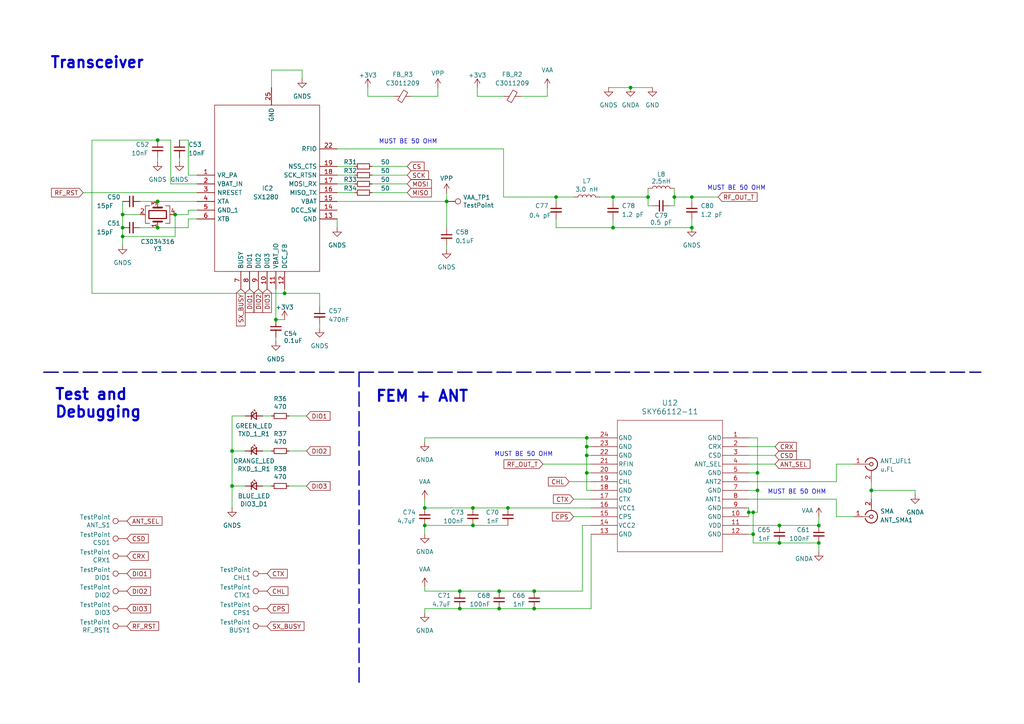
<source format=kicad_sch>
(kicad_sch (version 20250114) (generator "eeschema") (generator_version "9.0")
  (paper "A4")
  (lib_symbols
    (symbol "Connector:Conn_Coaxial" (pin_names (offset 1.016) (hide yes))
      (property "Reference" "J" (at 0.254 3.048 0))
      (property "Value" "Conn_Coaxial" (at 2.921 0 90))
      (symbol "Conn_Coaxial_0_1"
        (polyline (pts (xy -2.54 0) (xy -0.508 0)))
        (arc (start 1.778 0) (mid 0.222 -1.8079) (end -1.778 -0.508) (stroke (width 0.254)))
        (arc (start -1.778 0.508) (mid 0.2221 1.8084) (end 1.778 0) (stroke (width 0.254)))
        (circle (center 0 0) (radius 0.508) (stroke (width 0.2032)))
        (polyline (pts (xy 0 -2.54) (xy 0 -1.778)))
      )
      (symbol "Conn_Coaxial_1_1"
        (pin passive line (at -5.08 0 0) (length 2.54) (name "In") (number "1"))
        (pin passive line (at 0 -5.08 90) (length 2.54) (name "Ext") (number "2"))
      )
    )
    (symbol "Connector:TestPoint" (pin_numbers (hide yes)) (pin_names (offset 0.762) (hide yes))
      (property "Reference" "TP" (at 0 6.858 0))
      (property "Value" "TestPoint" (at 0 5.08 0))
      (symbol "TestPoint_0_1"
        (circle (center 0 3.302) (radius 0.762))
      )
      (symbol "TestPoint_1_1"
        (pin passive line (at 0 0 90) (length 2.54) (name "1") (number "1"))
      )
    )
    (symbol "Device:C_Small" (pin_numbers (hide yes)) (pin_names (offset 0.254) (hide yes))
      (property "Reference" "C" (at 0.254 1.778 0))
      (property "Value" "C_Small" (at 0.254 -2.032 0))
      (symbol "C_Small_0_1"
        (polyline (pts (xy -1.524 0.508) (xy 1.524 0.508)) (stroke (width 0.3048)))
        (polyline (pts (xy -1.524 -0.508) (xy 1.524 -0.508)) (stroke (width 0.3302)))
      )
      (symbol "C_Small_1_1"
        (pin passive line (at 0 2.54 270) (length 2.032) (name "~") (number "1"))
        (pin passive line (at 0 -2.54 90) (length 2.032) (name "~") (number "2"))
      )
    )
    (symbol "Device:Crystal_GND24" (pin_names (offset 1.016) (hide yes))
      (property "Reference" "Y" (at 3.175 5.08 0))
      (property "Value" "Crystal_GND24" (at 3.175 3.175 0))
      (symbol "Crystal_GND24_0_1"
        (polyline (pts (xy -2.54 2.286) (xy -2.54 3.556) (xy 2.54 3.556) (xy 2.54 2.286)))
        (polyline (pts (xy -2.54 0) (xy -2.032 0)))
        (polyline (pts (xy -2.54 -2.286) (xy -2.54 -3.556) (xy 2.54 -3.556) (xy 2.54 -2.286)))
        (polyline (pts (xy -2.032 -1.27) (xy -2.032 1.27)) (stroke (width 0.508)))
        (rectangle (start -1.143 2.54) (end 1.143 -2.54) (stroke (width 0.3048)))
        (polyline (pts (xy 0 3.556) (xy 0 3.81)))
        (polyline (pts (xy 0 -3.81) (xy 0 -3.556)))
        (polyline (pts (xy 2.032 0) (xy 2.54 0)))
        (polyline (pts (xy 2.032 -1.27) (xy 2.032 1.27)) (stroke (width 0.508)))
      )
      (symbol "Crystal_GND24_1_1"
        (pin passive line (at -3.81 0 0) (length 1.27) (name "1") (number "1"))
        (pin passive line (at 0 5.08 270) (length 1.27) (name "2") (number "2"))
        (pin passive line (at 0 -5.08 90) (length 1.27) (name "4") (number "4"))
        (pin passive line (at 3.81 0 180) (length 1.27) (name "3") (number "3"))
      )
    )
    (symbol "Device:FerriteBead_Small" (pin_numbers (hide yes)) (pin_names (offset 0))
      (property "Reference" "FB" (at 1.905 1.27 0))
      (property "Value" "FerriteBead_Small" (at 1.905 -1.27 0))
      (symbol "FerriteBead_Small_0_1"
        (polyline (pts (xy -1.8288 0.2794) (xy -1.1176 1.4986) (xy 1.8288 -0.2032) (xy 1.1176 -1.4224) (xy -1.8288 0.2794)))
        (polyline (pts (xy 0 0.889) (xy 0 1.2954)))
        (polyline (pts (xy 0 -1.27) (xy 0 -0.7874)))
      )
      (symbol "FerriteBead_Small_1_1"
        (pin passive line (at 0 2.54 270) (length 1.27) (name "~") (number "1"))
        (pin passive line (at 0 -2.54 90) (length 1.27) (name "~") (number "2"))
      )
    )
    (symbol "Device:L" (pin_numbers (hide yes)) (pin_names (offset 1.016) (hide yes))
      (property "Reference" "L" (at -1.27 0 90))
      (property "Value" "L" (at 1.905 0 90))
      (symbol "L_0_1"
        (arc (start 0 2.54) (mid 0.6323 1.905) (end 0 1.27))
        (arc (start 0 1.27) (mid 0.6323 0.635) (end 0 0))
        (arc (start 0 0) (mid 0.6323 -0.635) (end 0 -1.27))
        (arc (start 0 -1.27) (mid 0.6323 -1.905) (end 0 -2.54))
      )
      (symbol "L_1_1"
        (pin passive line (at 0 3.81 270) (length 1.27) (name "1") (number "1"))
        (pin passive line (at 0 -3.81 90) (length 1.27) (name "2") (number "2"))
      )
    )
    (symbol "Device:LED_Small" (pin_numbers (hide yes)) (pin_names (offset 0.254) (hide yes))
      (property "Reference" "D" (at -1.27 3.175 0))
      (property "Value" "LED_Small" (at -4.445 -2.54 0))
      (symbol "LED_Small_0_1"
        (polyline (pts (xy -0.762 -1.016) (xy -0.762 1.016)) (stroke (width 0.254)))
        (polyline (pts (xy 0 0.762) (xy -0.508 1.27) (xy -0.254 1.27) (xy -0.508 1.27) (xy -0.508 1.016)))
        (polyline (pts (xy 0.508 1.27) (xy 0 1.778) (xy 0.254 1.778) (xy 0 1.778) (xy 0 1.524)))
        (polyline (pts (xy 0.762 -1.016) (xy -0.762 0) (xy 0.762 1.016) (xy 0.762 -1.016)) (stroke (width 0.254)))
        (polyline (pts (xy 1.016 0) (xy -0.762 0)))
      )
      (symbol "LED_Small_1_1"
        (pin passive line (at -2.54 0 0) (length 1.778) (name "K") (number "1"))
        (pin passive line (at 2.54 0 180) (length 1.778) (name "A") (number "2"))
      )
    )
    (symbol "Device:R_Small" (pin_numbers (hide yes)) (pin_names (offset 0.254) (hide yes))
      (property "Reference" "R" (at 0.762 0.508 0))
      (property "Value" "R_Small" (at 0.762 -1.016 0))
      (symbol "R_Small_0_1"
        (rectangle (start -0.762 1.778) (end 0.762 -1.778) (stroke (width 0.2032)))
      )
      (symbol "R_Small_1_1"
        (pin passive line (at 0 2.54 270) (length 0.762) (name "~") (number "1"))
        (pin passive line (at 0 -2.54 90) (length 0.762) (name "~") (number "2"))
      )
    )
    (symbol "SX1280:symbols_SX1280IMLTRT" (pin_names (offset 0.762))
      (property "Reference" "IC" (at 36.83 25.4 0))
      (property "Value" "symbols_SX1280IMLTRT" (at 36.83 22.86 0))
      (symbol "symbols_SX1280IMLTRT_0_0"
        (pin bidirectional line (at 0 0 0) (length 5.08) (name "VR_PA") (number "1"))
        (pin bidirectional line (at 0 -2.54 0) (length 5.08) (name "VBAT_IN") (number "2"))
        (pin bidirectional line (at 0 -5.08 0) (length 5.08) (name "NRESET") (number "3"))
        (pin bidirectional line (at 0 -7.62 0) (length 5.08) (name "XTA") (number "4"))
        (pin bidirectional line (at 0 -10.16 0) (length 5.08) (name "GND_1") (number "5"))
        (pin bidirectional line (at 0 -12.7 0) (length 5.08) (name "XTB") (number "6"))
        (pin bidirectional line (at 12.7 -33.02 90) (length 5.08) (name "BUSY") (number "7"))
        (pin bidirectional line (at 15.24 -33.02 90) (length 5.08) (name "DIO1") (number "8"))
        (pin bidirectional line (at 17.78 -33.02 90) (length 5.08) (name "DIO2") (number "9"))
        (pin bidirectional line (at 20.32 -33.02 90) (length 5.08) (name "DIO3") (number "10"))
        (pin power_in line (at 21.59 25.4 270) (length 5.08) (hide yes) (name "GND") (number "20"))
        (pin power_in line (at 21.59 25.4 270) (length 5.08) (hide yes) (name "GND") (number "21"))
        (pin power_in line (at 21.59 25.4 270) (length 5.08) (hide yes) (name "GND") (number "23"))
        (pin power_in line (at 21.59 25.4 270) (length 5.08) (hide yes) (name "GND") (number "24"))
        (pin power_in line (at 21.59 25.4 270) (length 5.08) (name "GND") (number "25"))
        (pin bidirectional line (at 22.86 -33.02 90) (length 5.08) (name "VBAT_IO") (number "11"))
        (pin bidirectional line (at 25.4 -33.02 90) (length 5.08) (name "DCC_FB") (number "12"))
        (pin bidirectional line (at 40.64 7.62 180) (length 5.08) (name "RFIO") (number "22"))
        (pin bidirectional line (at 40.64 2.54 180) (length 5.08) (name "NSS_CTS") (number "19"))
        (pin bidirectional line (at 40.64 0 180) (length 5.08) (name "SCK_RTSN") (number "18"))
        (pin bidirectional line (at 40.64 -2.54 180) (length 5.08) (name "MOSI_RX") (number "17"))
        (pin bidirectional line (at 40.64 -5.08 180) (length 5.08) (name "MISO_TX") (number "16"))
        (pin bidirectional line (at 40.64 -7.62 180) (length 5.08) (name "VBAT") (number "15"))
        (pin bidirectional line (at 40.64 -10.16 180) (length 5.08) (name "DCC_SW") (number "14"))
        (pin bidirectional line (at 40.64 -12.7 180) (length 5.08) (name "GND") (number "13"))
      )
      (symbol "symbols_SX1280IMLTRT_0_1"
        (polyline (pts (xy 5.08 20.32) (xy 35.56 20.32) (xy 35.56 -27.94) (xy 5.08 -27.94) (xy 5.08 20.32)) (stroke (width 0.1524)))
      )
    )
    (symbol "iclr:SKY66112-11" (pin_names (offset 0.254))
      (property "Reference" "U" (at 22.86 10.16 0))
      (property "Value" "SKY66112-11" (at 22.86 7.62 0))
      (symbol "SKY66112-11_1_1"
        (polyline (pts (xy 7.62 5.08) (xy 7.62 -33.02)) (stroke (width 0.127)))
        (polyline (pts (xy 7.62 -33.02) (xy 38.1 -33.02)) (stroke (width 0.127)))
        (polyline (pts (xy 38.1 5.08) (xy 7.62 5.08)) (stroke (width 0.127)))
        (polyline (pts (xy 38.1 -33.02) (xy 38.1 5.08)) (stroke (width 0.127)))
        (pin power_out line (at 0 0 0) (length 7.62) (name "GND") (number "1"))
        (pin unspecified line (at 0 -2.54 0) (length 7.62) (name "CRX") (number "2"))
        (pin unspecified line (at 0 -5.08 0) (length 7.62) (name "CSD") (number "3"))
        (pin unspecified line (at 0 -7.62 0) (length 7.62) (name "ANT_SEL") (number "4"))
        (pin power_out line (at 0 -10.16 0) (length 7.62) (name "GND") (number "5"))
        (pin bidirectional line (at 0 -12.7 0) (length 7.62) (name "ANT2") (number "6"))
        (pin power_out line (at 0 -15.24 0) (length 7.62) (name "GND") (number "7"))
        (pin bidirectional line (at 0 -17.78 0) (length 7.62) (name "ANT1") (number "8"))
        (pin power_out line (at 0 -20.32 0) (length 7.62) (name "GND") (number "9"))
        (pin power_out line (at 0 -22.86 0) (length 7.62) (name "GND") (number "10"))
        (pin power_in line (at 0 -25.4 0) (length 7.62) (name "VDD") (number "11"))
        (pin power_out line (at 0 -27.94 0) (length 7.62) (name "GND") (number "12"))
        (pin power_out line (at 45.72 0 180) (length 7.62) (name "GND") (number "24"))
        (pin power_out line (at 45.72 -2.54 180) (length 7.62) (name "GND") (number "23"))
        (pin power_out line (at 45.72 -5.08 180) (length 7.62) (name "GND") (number "22"))
        (pin power_in line (at 45.72 -7.62 180) (length 7.62) (name "RFIN") (number "21"))
        (pin power_out line (at 45.72 -10.16 180) (length 7.62) (name "GND") (number "20"))
        (pin unspecified line (at 45.72 -12.7 180) (length 7.62) (name "CHL") (number "19"))
        (pin power_out line (at 45.72 -15.24 180) (length 7.62) (name "GND") (number "18"))
        (pin unspecified line (at 45.72 -17.78 180) (length 7.62) (name "CTX") (number "17"))
        (pin power_in line (at 45.72 -20.32 180) (length 7.62) (name "VCC1") (number "16"))
        (pin unspecified line (at 45.72 -22.86 180) (length 7.62) (name "CPS") (number "15"))
        (pin power_in line (at 45.72 -25.4 180) (length 7.62) (name "VCC2") (number "14"))
        (pin power_out line (at 45.72 -27.94 180) (length 7.62) (name "GND") (number "13"))
      )
    )
    (symbol "power:+3.3V" (power) (pin_names (offset 0))
      (property "Value" "+3.3V" (at 0 3.556 0))
      (symbol "+3.3V_0_1"
        (polyline (pts (xy -0.762 1.27) (xy 0 2.54)))
        (polyline (pts (xy 0 2.54) (xy 0.762 1.27)))
        (polyline (pts (xy 0 0) (xy 0 2.54)))
      )
      (symbol "+3.3V_1_1"
        (pin power_in line (at 0 0 90) (length 0) (hide yes) (name "+3V3") (number "1"))
      )
    )
    (symbol "power:GND" (power) (pin_names (offset 0))
      (property "Value" "GND" (at 0 -3.81 0))
      (symbol "GND_0_1"
        (polyline (pts (xy 0 0) (xy 0 -1.27) (xy 1.27 -1.27) (xy 0 -2.54) (xy -1.27 -1.27) (xy 0 -1.27)))
      )
      (symbol "GND_1_1"
        (pin power_in line (at 0 0 270) (length 0) (hide yes) (name "GND") (number "1"))
      )
    )
    (symbol "power:GNDA" (power) (pin_numbers (hide yes)) (pin_names (offset 0) (hide yes))
      (property "Value" "GNDA" (at 0 -3.81 0))
      (symbol "GNDA_0_1"
        (polyline (pts (xy 0 0) (xy 0 -1.27) (xy 1.27 -1.27) (xy 0 -2.54) (xy -1.27 -1.27) (xy 0 -1.27)))
      )
      (symbol "GNDA_1_1"
        (pin power_in line (at 0 0 270) (length 0) (name "~") (number "1"))
      )
    )
    (symbol "power:GNDS" (power) (pin_numbers (hide yes)) (pin_names (offset 0) (hide yes))
      (property "Value" "GNDS" (at 0 -3.81 0))
      (symbol "GNDS_0_1"
        (polyline (pts (xy 0 0) (xy 0 -1.27) (xy 1.27 -1.27) (xy 0 -2.54) (xy -1.27 -1.27) (xy 0 -1.27)))
      )
      (symbol "GNDS_1_1"
        (pin power_in line (at 0 0 270) (length 0) (name "~") (number "1"))
      )
    )
    (symbol "power:VAA" (power) (pin_numbers (hide yes)) (pin_names (offset 0) (hide yes))
      (property "Value" "VAA" (at 0 3.556 0))
      (symbol "VAA_0_1"
        (polyline (pts (xy -0.762 1.27) (xy 0 2.54)))
        (polyline (pts (xy 0 2.54) (xy 0.762 1.27)))
        (polyline (pts (xy 0 0) (xy 0 2.54)))
      )
      (symbol "VAA_1_1"
        (pin power_in line (at 0 0 90) (length 0) (name "~") (number "1"))
      )
    )
    (symbol "power:VPP" (power) (pin_numbers (hide yes)) (pin_names (offset 0) (hide yes))
      (property "Value" "VPP" (at 0 3.556 0))
      (symbol "VPP_0_1"
        (polyline (pts (xy -0.762 1.27) (xy 0 2.54)))
        (polyline (pts (xy 0 2.54) (xy 0.762 1.27)))
        (polyline (pts (xy 0 0) (xy 0 2.54)))
      )
      (symbol "VPP_1_1"
        (pin power_in line (at 0 0 90) (length 0) (name "~") (number "1"))
      )
    )
  )
  (text "MUST BE 50 OHM\n" (at 151.892 131.826 0) (effects (font (size 1.27 1.27))))
  (text "Transceiver\n" (at 28.194 18.288 0) (effects (font (size 3.175 3.175) (thickness 0.635) (bold yes))))
  (text "Test and\nDebugging" (at 15.748 117.094 0) (effects (font (size 3.175 3.175) (thickness 0.635) (bold yes)) (justify left)))
  (text "MUST BE 50 OHM\n" (at 118.364 41.148 0) (effects (font (size 1.27 1.27))))
  (text "MUST BE 50 OHM\n" (at 231.14 142.748 0) (effects (font (size 1.27 1.27))))
  (text "MUST BE 50 OHM\n" (at 213.614 54.61 0) (effects (font (size 1.27 1.27))))
  (text "FEM + ANT" (at 122.428 115.062 0) (effects (font (size 3.175 3.175) (thickness 0.635) (bold yes))))
  (junction (at 123.19 147.32))
  (junction (at 154.94 171.45))
  (junction (at 195.58 57.15))
  (junction (at 218.44 154.94))
  (junction (at 219.71 142.24))
  (junction (at 177.8 66.04))
  (junction (at 137.16 152.4))
  (junction (at 217.17 148.59))
  (junction (at 45.72 40.64))
  (junction (at 200.66 57.15))
  (junction (at 252.73 142.24))
  (junction (at 82.55 85.09))
  (junction (at 144.78 176.53))
  (junction (at 237.49 152.4))
  (junction (at 35.56 66.04))
  (junction (at 226.06 157.48))
  (junction (at 200.66 66.04))
  (junction (at 133.35 176.53))
  (junction (at 147.32 147.32))
  (junction (at 170.18 129.54))
  (junction (at 170.18 137.16))
  (junction (at 80.01 92.71))
  (junction (at 137.16 147.32))
  (junction (at 67.31 130.81))
  (junction (at 35.56 68.58))
  (junction (at 161.29 57.15))
  (junction (at 67.31 140.97))
  (junction (at 154.94 176.53))
  (junction (at 226.06 152.4))
  (junction (at 219.71 137.16))
  (junction (at 187.96 57.15))
  (junction (at 170.18 127))
  (junction (at 177.8 57.15))
  (junction (at 123.19 152.4))
  (junction (at 144.78 171.45))
  (junction (at 45.72 58.42))
  (junction (at 50.8 62.23))
  (junction (at 35.56 62.23))
  (junction (at 237.49 157.48))
  (junction (at 45.72 66.04))
  (junction (at 170.18 132.08))
  (junction (at 182.88 25.4))
  (junction (at 218.44 148.59))
  (junction (at 133.35 171.45))
  (junction (at 129.54 58.42))
  (wire (pts (xy 35.56 62.23) (xy 35.56 58.42)))
  (wire (pts (xy 187.96 59.69) (xy 187.96 57.15)))
  (wire (pts (xy 82.55 85.09) (xy 82.55 83.82)))
  (wire (pts (xy 219.71 142.24) (xy 219.71 148.59)))
  (wire (pts (xy 118.11 55.88) (xy 107.95 55.88)))
  (wire (pts (xy 45.72 40.64) (xy 49.53 40.64)))
  (wire (pts (xy 171.45 154.94) (xy 171.45 176.53)))
  (wire (pts (xy 224.79 132.08) (xy 217.17 132.08)))
  (wire (pts (xy 224.79 134.62) (xy 217.17 134.62)))
  (wire (pts (xy 170.18 129.54) (xy 170.18 132.08)))
  (wire (pts (xy 106.68 27.94) (xy 106.68 25.4)))
  (wire (pts (xy 170.18 142.24) (xy 171.45 142.24)))
  (wire (pts (xy 106.68 27.94) (xy 114.3 27.94)))
  (wire (pts (xy 49.53 53.34) (xy 49.53 40.64)))
  (wire (pts (xy 40.64 66.04) (xy 45.72 66.04)))
  (wire (pts (xy 137.16 152.4) (xy 123.19 152.4)))
  (wire (pts (xy 123.19 127) (xy 123.19 128.27)))
  (wire (pts (xy 177.8 66.04) (xy 177.8 63.5)))
  (wire (pts (xy 224.79 129.54) (xy 217.17 129.54)))
  (wire (pts (xy 217.17 144.78) (xy 242.57 144.78)))
  (wire (pts (xy 92.71 85.09) (xy 92.71 88.9)))
  (wire (pts (xy 170.18 132.08) (xy 170.18 137.16)))
  (wire (pts (xy 83.82 120.65) (xy 88.9 120.65)))
  (wire (pts (xy 24.13 55.88) (xy 57.15 55.88)))
  (wire (pts (xy 118.11 53.34) (xy 107.95 53.34)))
  (wire (pts (xy 76.2 120.65) (xy 78.74 120.65)))
  (wire (pts (xy 129.54 71.12) (xy 129.54 72.39)))
  (wire (pts (xy 45.72 66.04) (xy 54.61 66.04)))
  (wire (pts (xy 171.45 144.78) (xy 166.37 144.78)))
  (wire (pts (xy 57.15 53.34) (xy 49.53 53.34)))
  (wire (pts (xy 67.31 140.97) (xy 71.12 140.97)))
  (wire (pts (xy 170.18 127) (xy 170.18 129.54)))
  (wire (pts (xy 217.17 148.59) (xy 218.44 148.59)))
  (wire (pts (xy 161.29 66.04) (xy 177.8 66.04)))
  (wire (pts (xy 147.32 152.4) (xy 137.16 152.4)))
  (wire (pts (xy 71.12 130.81) (xy 67.31 130.81)))
  (wire (pts (xy 177.8 58.42) (xy 177.8 57.15)))
  (wire (pts (xy 133.35 171.45) (xy 123.19 171.45)))
  (wire (pts (xy 26.67 85.09) (xy 26.67 40.64)))
  (bus (pts (xy 12.7 107.95) (xy 284.48 107.95)) (stroke (width 0.381) (type dash)))
  (wire (pts (xy 92.71 93.98) (xy 92.71 95.25)))
  (wire (pts (xy 171.45 127) (xy 170.18 127)))
  (wire (pts (xy 154.94 171.45) (xy 144.78 171.45)))
  (wire (pts (xy 87.63 20.32) (xy 87.63 22.86)))
  (wire (pts (xy 97.79 43.18) (xy 146.05 43.18)))
  (wire (pts (xy 78.74 20.32) (xy 87.63 20.32)))
  (polyline (pts (xy 104.14 107.95) (xy 104.14 198.12)) (stroke (width 0.381) (type dash)))
  (wire (pts (xy 35.56 68.58) (xy 50.8 68.58)))
  (wire (pts (xy 80.01 92.71) (xy 82.55 92.71)))
  (wire (pts (xy 252.73 142.24) (xy 252.73 144.78)))
  (wire (pts (xy 92.71 85.09) (xy 82.55 85.09)))
  (wire (pts (xy 80.01 83.82) (xy 80.01 92.71)))
  (wire (pts (xy 170.18 127) (xy 123.19 127)))
  (wire (pts (xy 127 27.94) (xy 127 25.4)))
  (wire (pts (xy 102.87 48.26) (xy 97.79 48.26)))
  (wire (pts (xy 102.87 53.34) (xy 97.79 53.34)))
  (wire (pts (xy 265.43 142.24) (xy 265.43 143.51)))
  (wire (pts (xy 154.94 176.53) (xy 144.78 176.53)))
  (wire (pts (xy 35.56 66.04) (xy 35.56 68.58)))
  (wire (pts (xy 52.07 40.64) (xy 54.61 40.64)))
  (wire (pts (xy 138.43 27.94) (xy 146.05 27.94)))
  (wire (pts (xy 129.54 55.88) (xy 129.54 58.42)))
  (wire (pts (xy 26.67 40.64) (xy 45.72 40.64)))
  (wire (pts (xy 218.44 154.94) (xy 217.17 154.94)))
  (wire (pts (xy 195.58 57.15) (xy 195.58 59.69)))
  (wire (pts (xy 218.44 154.94) (xy 218.44 157.48)))
  (wire (pts (xy 187.96 57.15) (xy 187.96 54.61)))
  (wire (pts (xy 237.49 157.48) (xy 237.49 160.02)))
  (wire (pts (xy 80.01 97.79) (xy 80.01 99.06)))
  (wire (pts (xy 67.31 130.81) (xy 67.31 140.97)))
  (wire (pts (xy 217.17 148.59) (xy 217.17 149.86)))
  (wire (pts (xy 151.13 27.94) (xy 158.75 27.94)))
  (wire (pts (xy 171.45 149.86) (xy 166.37 149.86)))
  (wire (pts (xy 247.65 134.62) (xy 242.57 134.62)))
  (wire (pts (xy 97.79 63.5) (xy 97.79 66.04)))
  (wire (pts (xy 219.71 148.59) (xy 218.44 148.59)))
  (wire (pts (xy 123.19 152.4) (xy 123.19 154.94)))
  (wire (pts (xy 195.58 57.15) (xy 200.66 57.15)))
  (wire (pts (xy 67.31 120.65) (xy 71.12 120.65)))
  (wire (pts (xy 146.05 43.18) (xy 146.05 57.15)))
  (wire (pts (xy 161.29 57.15) (xy 166.37 57.15)))
  (wire (pts (xy 144.78 176.53) (xy 133.35 176.53)))
  (wire (pts (xy 242.57 134.62) (xy 242.57 139.7)))
  (wire (pts (xy 226.06 152.4) (xy 217.17 152.4)))
  (wire (pts (xy 219.71 137.16) (xy 217.17 137.16)))
  (wire (pts (xy 218.44 148.59) (xy 218.44 154.94)))
  (wire (pts (xy 171.45 139.7) (xy 165.1 139.7)))
  (wire (pts (xy 171.45 176.53) (xy 154.94 176.53)))
  (wire (pts (xy 177.8 57.15) (xy 187.96 57.15)))
  (wire (pts (xy 217.17 142.24) (xy 219.71 142.24)))
  (wire (pts (xy 67.31 130.81) (xy 67.31 120.65)))
  (wire (pts (xy 200.66 66.04) (xy 200.66 63.5)))
  (wire (pts (xy 144.78 171.45) (xy 133.35 171.45)))
  (wire (pts (xy 146.05 57.15) (xy 161.29 57.15)))
  (wire (pts (xy 40.64 58.42) (xy 45.72 58.42)))
  (wire (pts (xy 176.53 25.4) (xy 182.88 25.4)))
  (wire (pts (xy 171.45 152.4) (xy 168.91 152.4)))
  (wire (pts (xy 189.23 59.69) (xy 187.96 59.69)))
  (wire (pts (xy 200.66 58.42) (xy 200.66 57.15)))
  (wire (pts (xy 35.56 68.58) (xy 35.56 71.12)))
  (wire (pts (xy 102.87 55.88) (xy 97.79 55.88)))
  (wire (pts (xy 147.32 147.32) (xy 137.16 147.32)))
  (wire (pts (xy 195.58 59.69) (xy 194.31 59.69)))
  (wire (pts (xy 237.49 157.48) (xy 226.06 157.48)))
  (wire (pts (xy 247.65 149.86) (xy 242.57 149.86)))
  (wire (pts (xy 67.31 140.97) (xy 67.31 147.32)))
  (wire (pts (xy 177.8 66.04) (xy 200.66 66.04)))
  (wire (pts (xy 182.88 25.4) (xy 189.23 25.4)))
  (wire (pts (xy 158.75 27.94) (xy 158.75 25.4)))
  (wire (pts (xy 168.91 171.45) (xy 154.94 171.45)))
  (wire (pts (xy 171.45 137.16) (xy 170.18 137.16)))
  (wire (pts (xy 218.44 157.48) (xy 226.06 157.48)))
  (wire (pts (xy 171.45 134.62) (xy 157.48 134.62)))
  (wire (pts (xy 133.35 176.53) (xy 123.19 176.53)))
  (wire (pts (xy 138.43 27.94) (xy 138.43 25.4)))
  (wire (pts (xy 219.71 137.16) (xy 219.71 127)))
  (wire (pts (xy 168.91 152.4) (xy 168.91 171.45)))
  (wire (pts (xy 195.58 54.61) (xy 195.58 57.15)))
  (wire (pts (xy 242.57 149.86) (xy 242.57 144.78)))
  (wire (pts (xy 171.45 147.32) (xy 147.32 147.32)))
  (wire (pts (xy 161.29 63.5) (xy 161.29 66.04)))
  (wire (pts (xy 50.8 62.23) (xy 50.8 68.58)))
  (wire (pts (xy 54.61 60.96) (xy 57.15 60.96)))
  (wire (pts (xy 217.17 139.7) (xy 242.57 139.7)))
  (wire (pts (xy 237.49 152.4) (xy 226.06 152.4)))
  (wire (pts (xy 129.54 58.42) (xy 129.54 66.04)))
  (wire (pts (xy 173.99 57.15) (xy 177.8 57.15)))
  (wire (pts (xy 161.29 58.42) (xy 161.29 57.15)))
  (wire (pts (xy 76.2 140.97) (xy 78.74 140.97)))
  (wire (pts (xy 57.15 63.5) (xy 54.61 63.5)))
  (wire (pts (xy 219.71 127) (xy 217.17 127)))
  (wire (pts (xy 76.2 130.81) (xy 78.74 130.81)))
  (wire (pts (xy 82.55 85.09) (xy 26.67 85.09)))
  (wire (pts (xy 83.82 140.97) (xy 88.9 140.97)))
  (wire (pts (xy 97.79 58.42) (xy 129.54 58.42)))
  (wire (pts (xy 35.56 62.23) (xy 35.56 66.04)))
  (wire (pts (xy 40.64 62.23) (xy 35.56 62.23)))
  (wire (pts (xy 123.19 170.18) (xy 123.19 171.45)))
  (wire (pts (xy 137.16 147.32) (xy 123.19 147.32)))
  (wire (pts (xy 123.19 144.78) (xy 123.19 147.32)))
  (wire (pts (xy 54.61 50.8) (xy 54.61 40.64)))
  (wire (pts (xy 102.87 50.8) (xy 97.79 50.8)))
  (wire (pts (xy 45.72 45.72) (xy 45.72 46.99)))
  (wire (pts (xy 252.73 139.7) (xy 252.73 142.24)))
  (wire (pts (xy 252.73 142.24) (xy 265.43 142.24)))
  (wire (pts (xy 54.61 63.5) (xy 54.61 66.04)))
  (wire (pts (xy 219.71 137.16) (xy 219.71 142.24)))
  (wire (pts (xy 118.11 50.8) (xy 107.95 50.8)))
  (wire (pts (xy 171.45 132.08) (xy 170.18 132.08)))
  (wire (pts (xy 50.8 62.23) (xy 54.61 62.23)))
  (wire (pts (xy 57.15 50.8) (xy 54.61 50.8)))
  (wire (pts (xy 78.74 25.4) (xy 78.74 20.32)))
  (wire (pts (xy 237.49 149.86) (xy 237.49 152.4)))
  (wire (pts (xy 118.11 48.26) (xy 107.95 48.26)))
  (wire (pts (xy 171.45 129.54) (xy 170.18 129.54)))
  (wire (pts (xy 45.72 58.42) (xy 57.15 58.42)))
  (wire (pts (xy 83.82 130.81) (xy 88.9 130.81)))
  (wire (pts (xy 119.38 27.94) (xy 127 27.94)))
  (wire (pts (xy 123.19 176.53) (xy 123.19 177.8)))
  (wire (pts (xy 217.17 147.32) (xy 217.17 148.59)))
  (wire (pts (xy 170.18 137.16) (xy 170.18 142.24)))
  (wire (pts (xy 52.07 45.72) (xy 52.07 46.99)))
  (wire (pts (xy 200.66 57.15) (xy 208.28 57.15)))
  (wire (pts (xy 54.61 62.23) (xy 54.61 60.96)))
  (global_label "CSD" (shape input) (at 224.79 132.08 0) (property "Intersheetrefs" "${INTERSHEET_REFS}" (effects (hide yes))))
  (global_label "CTX" (shape input) (at 166.37 144.78 180) (property "Intersheetrefs" "${INTERSHEET_REFS}" (effects (hide yes))))
  (global_label "CRX" (shape input) (at 36.83 161.29 0) (property "Intersheetrefs" "${INTERSHEET_REFS}" (effects (hide yes))))
  (global_label "CHL" (shape input) (at 165.1 139.7 180) (property "Intersheetrefs" "${INTERSHEET_REFS}" (effects (hide yes))))
  (global_label "DIO2" (shape input) (at 36.83 171.45 0) (property "Intersheetrefs" "${INTERSHEET_REFS}" (effects (hide yes))))
  (global_label "RF_RST" (shape input) (at 24.13 55.88 180) (property "Intersheetrefs" "${INTERSHEET_REFS}" (effects (hide yes))))
  (global_label "DIO2" (shape input) (at 88.9 130.81 0) (property "Intersheetrefs" "${INTERSHEET_REFS}" (effects (hide yes))))
  (global_label "ANT_SEL" (shape input) (at 36.83 151.13 0) (property "Intersheetrefs" "${INTERSHEET_REFS}" (effects (hide yes))))
  (global_label "CSD" (shape input) (at 36.83 156.21 0) (property "Intersheetrefs" "${INTERSHEET_REFS}" (effects (hide yes))))
  (global_label "CPS" (shape input) (at 77.47 176.53 0) (property "Intersheetrefs" "${INTERSHEET_REFS}" (effects (hide yes))))
  (global_label "RF_OUT_T" (shape input) (at 208.28 57.15 0) (property "Intersheetrefs" "${INTERSHEET_REFS}" (effects (hide yes))))
  (global_label "DIO1" (shape input) (at 88.9 120.65 0) (property "Intersheetrefs" "${INTERSHEET_REFS}" (effects (hide yes))))
  (global_label "DIO3" (shape input) (at 88.9 140.97 0) (property "Intersheetrefs" "${INTERSHEET_REFS}" (effects (hide yes))))
  (global_label "SCK" (shape input) (at 118.11 50.8 0) (property "Intersheetrefs" "${INTERSHEET_REFS}" (effects (hide yes))))
  (global_label "DIO1" (shape input) (at 72.39 83.82 270) (property "Intersheetrefs" "${INTERSHEET_REFS}" (effects (hide yes))))
  (global_label "DIO3" (shape input) (at 36.83 176.53 0) (property "Intersheetrefs" "${INTERSHEET_REFS}" (effects (hide yes))))
  (global_label "SX_BUSY" (shape input) (at 69.85 83.82 270) (property "Intersheetrefs" "${INTERSHEET_REFS}" (effects (hide yes))))
  (global_label "MISO" (shape input) (at 118.11 55.88 0) (property "Intersheetrefs" "${INTERSHEET_REFS}" (effects (hide yes))))
  (global_label "CRX" (shape input) (at 224.79 129.54 0) (property "Intersheetrefs" "${INTERSHEET_REFS}" (effects (hide yes))))
  (global_label "RF_RST" (shape input) (at 36.83 181.61 0) (property "Intersheetrefs" "${INTERSHEET_REFS}" (effects (hide yes))))
  (global_label "DIO2" (shape input) (at 74.93 83.82 270) (property "Intersheetrefs" "${INTERSHEET_REFS}" (effects (hide yes))))
  (global_label "ANT_SEL" (shape input) (at 224.79 134.62 0) (property "Intersheetrefs" "${INTERSHEET_REFS}" (effects (hide yes))))
  (global_label "CS" (shape input) (at 118.11 48.26 0) (property "Intersheetrefs" "${INTERSHEET_REFS}" (effects (hide yes))))
  (global_label "DIO1" (shape input) (at 36.83 166.37 0) (property "Intersheetrefs" "${INTERSHEET_REFS}" (effects (hide yes))))
  (global_label "CPS" (shape input) (at 166.37 149.86 180) (property "Intersheetrefs" "${INTERSHEET_REFS}" (effects (hide yes))))
  (global_label "CHL" (shape input) (at 77.47 171.45 0) (property "Intersheetrefs" "${INTERSHEET_REFS}" (effects (hide yes))))
  (global_label "RF_OUT_T" (shape input) (at 157.48 134.62 180) (property "Intersheetrefs" "${INTERSHEET_REFS}" (effects (hide yes))))
  (global_label "MOSI" (shape input) (at 118.11 53.34 0) (property "Intersheetrefs" "${INTERSHEET_REFS}" (effects (hide yes))))
  (global_label "CTX" (shape input) (at 77.47 166.37 0) (property "Intersheetrefs" "${INTERSHEET_REFS}" (effects (hide yes))))
  (global_label "SX_BUSY" (shape input) (at 77.47 181.61 0) (property "Intersheetrefs" "${INTERSHEET_REFS}" (effects (hide yes))))
  (global_label "DIO3" (shape input) (at 77.47 83.82 270) (property "Intersheetrefs" "${INTERSHEET_REFS}" (effects (hide yes))))
  (symbol (lib_id "power:GNDS") (at 129.54 72.39 0) (unit 1)
    (property "Reference" "#PWR090" (effects (hide yes)))
    (property "Value" "GNDS" (at 129.54 77.47 0))
    (property "Description" "Power symbol creates a global label with name \"GNDS\" , signal ground" (effects (hide yes)))
  )
  (symbol (lib_id "Device:R_Small") (at 81.28 140.97 270) (unit 1)
    (property "Reference" "R38" (at 81.28 135.9916 90))
    (property "Value" "470" (at 81.28 138.303 90))
    (property "Footprint" "Resistor_SMD:R_0402_1005Metric" (effects (hide yes)))
  )
  (symbol (lib_id "power:GNDS") (at 97.79 66.04 0) (unit 1)
    (property "Reference" "#PWR088" (effects (hide yes)))
    (property "Value" "GNDS" (at 97.79 71.12 0))
    (property "Description" "Power symbol creates a global label with name \"GNDS\" , signal ground" (effects (hide yes)))
  )
  (symbol (lib_id "Device:C_Small") (at 52.07 43.18 0) (unit 1)
    (property "Reference" "C53" (at 54.61 41.9162 0) (effects (justify left)))
    (property "Value" "10nF" (at 54.61 44.4562 0) (effects (justify left)))
    (property "Footprint" "Capacitor_SMD:C_0402_1005Metric" (effects (hide yes)))
    (property "Description" "Unpolarized capacitor, small symbol" (effects (hide yes)))
  )
  (symbol (lib_id "power:VAA") (at 237.49 149.86 0) (mirror y) (unit 1)
    (property "Reference" "#PWR097" (effects (hide yes)))
    (property "Value" "VAA" (at 234.188 148.082 0))
    (property "Description" "Power symbol creates a global label with name \"VAA\"" (effects (hide yes)))
  )
  (symbol (lib_id "Connector:TestPoint") (at 77.47 166.37 90) (unit 1)
    (property "Reference" "CHL1" (at 72.6948 167.5384 90) (effects (justify left)))
    (property "Value" "TestPoint" (at 72.6948 165.227 90) (effects (justify left)))
    (property "Footprint" "TestPoint:TestPoint_Pad_D1.0mm" (effects (hide yes)))
  )
  (symbol (lib_id "power:+3.3V") (at 138.43 25.4 0) (unit 1)
    (property "Reference" "#PWR057" (effects (hide yes)))
    (property "Value" "+3V3" (at 138.43 21.8242 0))
  )
  (symbol (lib_id "Device:C_Small") (at 38.1 58.42 90) (unit 1)
    (property "Reference" "C50" (at 33.02 57.15 90))
    (property "Value" "15pF" (at 30.48 59.69 90))
    (property "Footprint" "Capacitor_SMD:C_0402_1005Metric" (effects (hide yes)))
    (property "Description" "Unpolarized capacitor, small symbol" (effects (hide yes)))
  )
  (symbol (lib_id "Connector:Conn_Coaxial") (at 252.73 134.62 0) (unit 1)
    (property "Reference" "ANT_UFL1" (at 255.2701 133.701 0) (effects (justify left)))
    (property "Value" "u.FL" (at 255.2701 136.1253 0) (effects (justify left)))
    (property "Footprint" "Connector_Coaxial:U.FL_Hirose_U.FL-R-SMT-1_Vertical" (effects (hide yes)))
    (property "Description" "coaxial connector (BNC, SMA, SMB, SMC, Cinch/RCA, LEMO, ...)" (effects (hide yes)))
  )
  (symbol (lib_id "Connector:Conn_Coaxial") (at 252.73 149.86 0) (mirror x) (unit 1)
    (property "Reference" "ANT_SMA1" (at 255.27 150.8369 0) (effects (justify left)))
    (property "Value" "SMA" (at 255.27 148.2969 0) (effects (justify left)))
    (property "Footprint" "Connector_Coaxial:SMA_Molex_73251-1153_EdgeMount_Horizontal" (effects (hide yes)))
    (property "Description" "coaxial connector (BNC, SMA, SMB, SMC, Cinch/RCA, LEMO, ...)" (effects (hide yes)))
  )
  (symbol (lib_id "power:VPP") (at 129.54 55.88 0) (unit 1)
    (property "Reference" "#PWR068" (effects (hide yes)))
    (property "Value" "VPP" (at 129.54 51.7469 0))
    (property "Description" "Power symbol creates a global label with name \"VPP\"" (effects (hide yes)))
  )
  (symbol (lib_id "Connector:TestPoint") (at 77.47 171.45 90) (unit 1)
    (property "Reference" "CTX1" (at 72.6948 172.6184 90) (effects (justify left)))
    (property "Value" "TestPoint" (at 72.6948 170.307 90) (effects (justify left)))
    (property "Footprint" "TestPoint:TestPoint_Pad_D1.0mm" (effects (hide yes)))
  )
  (symbol (lib_id "Connector:TestPoint") (at 36.83 156.21 90) (unit 1)
    (property "Reference" "CSD1" (at 32.0548 157.3784 90) (effects (justify left)))
    (property "Value" "TestPoint" (at 32.0548 155.067 90) (effects (justify left)))
    (property "Footprint" "TestPoint:TestPoint_Pad_D1.0mm" (effects (hide yes)))
  )
  (symbol (lib_id "Device:C_Small") (at 154.94 173.99 0) (mirror y) (unit 1)
    (property "Reference" "C66" (at 152.4 172.7262 0) (effects (justify left)))
    (property "Value" "1nF" (at 152.4 175.2662 0) (effects (justify left)))
    (property "Footprint" "Capacitor_SMD:C_0402_1005Metric" (effects (hide yes)))
    (property "Description" "Unpolarized capacitor, small symbol" (effects (hide yes)))
  )
  (symbol (lib_id "SX1280:symbols_SX1280IMLTRT") (at 57.15 50.8 0) (unit 1)
    (property "Reference" "IC2" (at 75.946 54.61 0) (effects (justify left)))
    (property "Value" "SX1280" (at 73.406 57.15 0) (effects (justify left)))
    (property "Footprint" "iclr:QFN50P400X400X95-24N" (effects (hide yes)))
    (property "Datasheet" "http://www.semtech.com/images/datasheet/sx1280_81.pdf" (effects (hide yes)))
    (property "Description_1" "RF Transceiver Long range 2.4 GHz Wireless Transceiver" (effects (hide yes)))
    (property "Height" "0.8" (effects (hide yes)))
    (property "Manufacturer_Name" "SEMTECH" (effects (hide yes)))
    (property "Manufacturer_Part_Number" "SX1280IMLTRT" (effects (hide yes)))
    (property "Mouser Part Number" "947-SX1280IMLTRT" (effects (hide yes)))
    (property "Mouser Price/Stock" "https://www.mouser.com/Search/Refine.aspx?Keyword=947-SX1280IMLTRT" (effects (hide yes)))
  )
  (symbol (lib_id "Device:C_Small") (at 129.54 68.58 0) (unit 1)
    (property "Reference" "C58" (at 132.08 67.3162 0) (effects (justify left)))
    (property "Value" "0.1uF" (at 132.08 69.8562 0) (effects (justify left)))
    (property "Footprint" "Capacitor_SMD:C_0402_1005Metric" (effects (hide yes)))
    (property "Description" "Unpolarized capacitor, small symbol" (effects (hide yes)))
  )
  (symbol (lib_id "Device:C_Small") (at 133.35 173.99 0) (mirror y) (unit 1)
    (property "Reference" "C71" (at 130.81 172.7262 0) (effects (justify left)))
    (property "Value" "4.7uF" (at 130.81 175.2662 0) (effects (justify left)))
    (property "Footprint" "Capacitor_SMD:C_0603_1608Metric" (effects (hide yes)))
    (property "Description" "Unpolarized capacitor, small symbol" (effects (hide yes)))
  )
  (symbol (lib_id "Device:FerriteBead_Small") (at 116.84 27.94 90) (unit 1)
    (property "Reference" "FB_R3" (at 116.8019 21.59 90))
    (property "Value" "C3011209" (at 116.8019 24.13 90))
    (property "Footprint" "Inductor_SMD:L_0603_1608Metric" (effects (hide yes)))
    (property "Description" "Ferrite bead, small symbol" (effects (hide yes)))
  )
  (symbol (lib_id "Device:R_Small") (at 105.41 55.88 270) (unit 1)
    (property "Reference" "R34" (at 101.6 54.61 90))
    (property "Value" "50" (at 111.76 54.61 90))
    (property "Footprint" "Resistor_SMD:R_0402_1005Metric" (effects (hide yes)))
  )
  (symbol (lib_id "Device:C_Small") (at 80.01 95.25 0) (unit 1)
    (property "Reference" "C54" (at 82.296 96.774 0) (effects (justify left)))
    (property "Value" "0.1uF" (at 82.296 98.806 0) (effects (justify left)))
    (property "Footprint" "Capacitor_SMD:C_0402_1005Metric" (effects (hide yes)))
    (property "Description" "Unpolarized capacitor, small symbol" (effects (hide yes)))
  )
  (symbol (lib_id "Connector:TestPoint") (at 36.83 181.61 90) (unit 1)
    (property "Reference" "RF_RST1" (at 32.0548 182.7784 90) (effects (justify left)))
    (property "Value" "TestPoint" (at 32.0548 180.467 90) (effects (justify left)))
    (property "Footprint" "TestPoint:TestPoint_Pad_D1.0mm" (effects (hide yes)))
  )
  (symbol (lib_id "power:+3.3V") (at 82.55 92.71 0) (unit 1)
    (property "Reference" "#PWR063" (effects (hide yes)))
    (property "Value" "+3V3" (at 82.55 89.1342 0))
  )
  (symbol (lib_id "power:GNDA") (at 123.19 128.27 0) (mirror y) (unit 1)
    (property "Reference" "#PWR0103" (effects (hide yes)))
    (property "Value" "GNDA" (at 123.19 133.35 0))
    (property "Description" "Power symbol creates a global label with name \"GNDA\" , analog ground" (effects (hide yes)))
  )
  (symbol (lib_id "power:VPP") (at 127 25.4 0) (unit 1)
    (property "Reference" "#PWR066" (effects (hide yes)))
    (property "Value" "VPP" (at 127 21.2669 0))
    (property "Description" "Power symbol creates a global label with name \"VPP\"" (effects (hide yes)))
  )
  (symbol (lib_id "Connector:TestPoint") (at 129.54 58.42 270) (unit 1)
    (property "Reference" "VAA_TP1" (at 134.3152 57.2516 90) (effects (justify left)))
    (property "Value" "TestPoint" (at 134.3152 59.563 90) (effects (justify left)))
    (property "Footprint" "TestPoint:TestPoint_Pad_D1.0mm" (effects (hide yes)))
  )
  (symbol (lib_id "power:VAA") (at 123.19 144.78 0) (mirror y) (unit 1)
    (property "Reference" "#PWR0104" (effects (hide yes)))
    (property "Value" "VAA" (at 123.19 139.7 0))
    (property "Description" "Power symbol creates a global label with name \"VAA\"" (effects (hide yes)))
  )
  (symbol (lib_id "power:GNDA") (at 123.19 177.8 0) (mirror y) (unit 1)
    (property "Reference" "#PWR0102" (effects (hide yes)))
    (property "Value" "GNDA" (at 123.19 182.88 0))
    (property "Description" "Power symbol creates a global label with name \"GNDA\" , analog ground" (effects (hide yes)))
  )
  (symbol (lib_id "Device:LED_Small") (at 73.66 130.81 0) (unit 1)
    (property "Reference" "RXD_1_R1" (at 73.66 136.017 0))
    (property "Value" "ORANGE_LED" (at 73.66 133.7056 0))
    (property "Footprint" "Diode_SMD:D_0402_1005Metric" (effects (hide yes)))
  )
  (symbol (lib_id "Device:C_Small") (at 38.1 66.04 90) (unit 1)
    (property "Reference" "C51" (at 33.02 64.77 90))
    (property "Value" "15pF" (at 30.48 67.31 90))
    (property "Footprint" "Capacitor_SMD:C_0402_1005Metric" (effects (hide yes)))
    (property "Description" "Unpolarized capacitor, small symbol" (effects (hide yes)))
  )
  (symbol (lib_id "Connector:TestPoint") (at 36.83 151.13 90) (unit 1)
    (property "Reference" "ANT_S1" (at 32.0548 152.2984 90) (effects (justify left)))
    (property "Value" "TestPoint" (at 32.0548 149.987 90) (effects (justify left)))
    (property "Footprint" "TestPoint:TestPoint_Pad_D1.0mm" (effects (hide yes)))
  )
  (symbol (lib_id "Device:R_Small") (at 81.28 130.81 270) (unit 1)
    (property "Reference" "R37" (at 81.28 125.8316 90))
    (property "Value" "470" (at 81.28 128.143 90))
    (property "Footprint" "Resistor_SMD:R_0402_1005Metric" (effects (hide yes)))
  )
  (symbol (lib_id "Device:C_Small") (at 137.16 149.86 0) (mirror y) (unit 1)
    (property "Reference" "C73" (at 134.62 148.5962 0) (effects (justify left)))
    (property "Value" "100nF" (at 134.62 151.1362 0) (effects (justify left)))
    (property "Footprint" "Capacitor_SMD:C_0402_1005Metric" (effects (hide yes)))
    (property "Description" "Unpolarized capacitor, small symbol" (effects (hide yes)))
  )
  (symbol (lib_id "power:VAA") (at 123.19 170.18 0) (mirror y) (unit 1)
    (property "Reference" "#PWR0101" (effects (hide yes)))
    (property "Value" "VAA" (at 123.19 165.1 0))
    (property "Description" "Power symbol creates a global label with name \"VAA\"" (effects (hide yes)))
  )
  (symbol (lib_id "power:GNDS") (at 176.53 25.4 0) (unit 1)
    (property "Reference" "#PWR046" (effects (hide yes)))
    (property "Value" "GNDS" (at 176.53 30.48 0))
    (property "Description" "Power symbol creates a global label with name \"GNDS\" , signal ground" (effects (hide yes)))
  )
  (symbol (lib_id "Device:C_Small") (at 200.66 60.96 0) (unit 1)
    (property "Reference" "C80" (at 203.2 59.6962 0) (effects (justify left)))
    (property "Value" "1.2 pF" (at 203.2 62.2362 0) (effects (justify left)))
    (property "Footprint" "Capacitor_SMD:C_0402_1005Metric" (effects (hide yes)))
    (property "Description" "Unpolarized capacitor, small symbol" (effects (hide yes)))
  )
  (symbol (lib_id "Device:L") (at 191.77 54.61 90) (unit 1)
    (property "Reference" "L8" (at 191.77 50.546 90))
    (property "Value" "2.5nH" (at 191.77 52.578 90))
    (property "Footprint" "Inductor_SMD:L_0402_1005Metric" (effects (hide yes)))
    (property "Description" "Inductor" (effects (hide yes)))
  )
  (symbol (lib_id "power:GNDA") (at 237.49 160.02 0) (mirror y) (unit 1)
    (property "Reference" "#PWR098" (effects (hide yes)))
    (property "Value" "GNDA" (at 233.172 162.052 0))
    (property "Description" "Power symbol creates a global label with name \"GNDA\" , analog ground" (effects (hide yes)))
  )
  (symbol (lib_id "power:GNDS") (at 35.56 71.12 0) (unit 1)
    (property "Reference" "#PWR078" (effects (hide yes)))
    (property "Value" "GNDS" (at 35.56 76.2 0))
    (property "Description" "Power symbol creates a global label with name \"GNDS\" , signal ground" (effects (hide yes)))
  )
  (symbol (lib_id "Device:C_Small") (at 177.8 60.96 0) (unit 1)
    (property "Reference" "C78" (at 180.34 59.6962 0) (effects (justify left)))
    (property "Value" "1.2 pF" (at 180.34 62.2362 0) (effects (justify left)))
    (property "Footprint" "Capacitor_SMD:C_0402_1005Metric" (effects (hide yes)))
    (property "Description" "Unpolarized capacitor, small symbol" (effects (hide yes)))
  )
  (symbol (lib_id "Connector:TestPoint") (at 36.83 171.45 90) (unit 1)
    (property "Reference" "DIO2" (at 32.0548 172.6184 90) (effects (justify left)))
    (property "Value" "TestPoint" (at 32.0548 170.307 90) (effects (justify left)))
    (property "Footprint" "TestPoint:TestPoint_Pad_D1.0mm" (effects (hide yes)))
  )
  (symbol (lib_id "Device:C_Small") (at 147.32 149.86 0) (mirror y) (unit 1)
    (property "Reference" "C70" (at 144.78 148.5962 0) (effects (justify left)))
    (property "Value" "1nF" (at 144.78 151.1362 0) (effects (justify left)))
    (property "Footprint" "Capacitor_SMD:C_0402_1005Metric" (effects (hide yes)))
    (property "Description" "Unpolarized capacitor, small symbol" (effects (hide yes)))
  )
  (symbol (lib_id "power:GNDS") (at 52.07 46.99 0) (unit 1)
    (property "Reference" "#PWR081" (effects (hide yes)))
    (property "Value" "GNDS" (at 52.07 52.07 0))
    (property "Description" "Power symbol creates a global label with name \"GNDS\" , signal ground" (effects (hide yes)))
  )
  (symbol (lib_id "power:GND") (at 189.23 25.4 0) (unit 1)
    (property "Reference" "#PWR051" (effects (hide yes)))
    (property "Value" "GND" (at 189.23 30.48 0))
  )
  (symbol (lib_id "Connector:TestPoint") (at 36.83 176.53 90) (unit 1)
    (property "Reference" "DIO3" (at 32.0548 177.6984 90) (effects (justify left)))
    (property "Value" "TestPoint" (at 32.0548 175.387 90) (effects (justify left)))
    (property "Footprint" "TestPoint:TestPoint_Pad_D1.0mm" (effects (hide yes)))
  )
  (symbol (lib_id "power:GNDS") (at 200.66 66.04 0) (unit 1)
    (property "Reference" "#PWR091" (effects (hide yes)))
    (property "Value" "GNDS" (at 200.66 71.12 0))
    (property "Description" "Power symbol creates a global label with name \"GNDS\" , signal ground" (effects (hide yes)))
  )
  (symbol (lib_id "Device:Crystal_GND24") (at 45.72 62.23 90) (unit 1)
    (property "Reference" "Y3" (at 45.72 72.136 90))
    (property "Value" "C3034316" (at 45.72 70.104 90))
    (property "Footprint" "Crystal:Crystal_SMD_2016-4Pin_2.0x1.6mm" (effects (hide yes)))
    (property "Description" "Four pin crystal, GND on pins 2 and 4" (effects (hide yes)))
  )
  (symbol (lib_id "Device:FerriteBead_Small") (at 148.59 27.94 90) (unit 1)
    (property "Reference" "FB_R2" (at 148.5519 21.59 90))
    (property "Value" "C3011209" (at 148.5519 24.13 90))
    (property "Footprint" "Inductor_SMD:L_0603_1608Metric" (effects (hide yes)))
    (property "Description" "Ferrite bead, small symbol" (effects (hide yes)))
  )
  (symbol (lib_id "Device:R_Small") (at 105.41 53.34 270) (unit 1)
    (property "Reference" "R33" (at 101.6 52.07 90))
    (property "Value" "50" (at 111.76 52.07 90))
    (property "Footprint" "Resistor_SMD:R_0402_1005Metric" (effects (hide yes)))
  )
  (symbol (lib_id "power:GNDS") (at 67.31 147.32 0) (unit 1)
    (property "Reference" "#PWR061" (effects (hide yes)))
    (property "Value" "GNDS" (at 67.31 152.4 0))
    (property "Description" "Power symbol creates a global label with name \"GNDS\" , signal ground" (effects (hide yes)))
  )
  (symbol (lib_id "Device:C_Small") (at 226.06 154.94 0) (mirror y) (unit 1)
    (property "Reference" "C65" (at 223.52 153.6762 0) (effects (justify left)))
    (property "Value" "1nF" (at 223.52 156.2162 0) (effects (justify left)))
    (property "Footprint" "Capacitor_SMD:C_0402_1005Metric" (effects (hide yes)))
    (property "Description" "Unpolarized capacitor, small symbol" (effects (hide yes)))
  )
  (symbol (lib_id "power:GNDA") (at 182.88 25.4 0) (unit 1)
    (property "Reference" "#PWR049" (effects (hide yes)))
    (property "Value" "GNDA" (at 182.88 30.48 0))
    (property "Description" "Power symbol creates a global label with name \"GNDA\" , analog ground" (effects (hide yes)))
  )
  (symbol (lib_id "Device:C_Small") (at 144.78 173.99 0) (mirror y) (unit 1)
    (property "Reference" "C68" (at 142.24 172.7262 0) (effects (justify left)))
    (property "Value" "100nF" (at 142.24 175.2662 0) (effects (justify left)))
    (property "Footprint" "Capacitor_SMD:C_0402_1005Metric" (effects (hide yes)))
    (property "Description" "Unpolarized capacitor, small symbol" (effects (hide yes)))
  )
  (symbol (lib_id "power:GNDS") (at 45.72 46.99 0) (unit 1)
    (property "Reference" "#PWR080" (effects (hide yes)))
    (property "Value" "GNDS" (at 45.72 52.07 0))
    (property "Description" "Power symbol creates a global label with name \"GNDS\" , signal ground" (effects (hide yes)))
  )
  (symbol (lib_id "Device:C_Small") (at 45.72 43.18 0) (unit 1)
    (property "Reference" "C52" (at 39.37 41.91 0) (effects (justify left)))
    (property "Value" "10nF" (at 38.1 44.45 0) (effects (justify left)))
    (property "Footprint" "Capacitor_SMD:C_0402_1005Metric" (effects (hide yes)))
    (property "Description" "Unpolarized capacitor, small symbol" (effects (hide yes)))
  )
  (symbol (lib_id "power:GNDS") (at 92.71 95.25 0) (unit 1)
    (property "Reference" "#PWR089" (effects (hide yes)))
    (property "Value" "GNDS" (at 92.71 100.33 0))
    (property "Description" "Power symbol creates a global label with name \"GNDS\" , signal ground" (effects (hide yes)))
  )
  (symbol (lib_id "Connector:TestPoint") (at 77.47 176.53 90) (unit 1)
    (property "Reference" "CPS1" (at 72.6948 177.6984 90) (effects (justify left)))
    (property "Value" "TestPoint" (at 72.6948 175.387 90) (effects (justify left)))
    (property "Footprint" "TestPoint:TestPoint_Pad_D1.0mm" (effects (hide yes)))
  )
  (symbol (lib_id "Device:R_Small") (at 105.41 48.26 270) (unit 1)
    (property "Reference" "R31" (at 101.6 46.99 90))
    (property "Value" "50" (at 111.76 46.99 90))
    (property "Footprint" "Resistor_SMD:R_0402_1005Metric" (effects (hide yes)))
  )
  (symbol (lib_id "power:GNDS") (at 87.63 22.86 0) (unit 1)
    (property "Reference" "#PWR086" (effects (hide yes)))
    (property "Value" "GNDS" (at 87.63 27.94 0))
    (property "Description" "Power symbol creates a global label with name \"GNDS\" , signal ground" (effects (hide yes)))
  )
  (symbol (lib_id "Device:LED_Small") (at 73.66 140.97 0) (unit 1)
    (property "Reference" "DIO3_D1" (at 73.66 146.177 0))
    (property "Value" "BLUE_LED" (at 73.66 143.8656 0))
    (property "Footprint" "Diode_SMD:D_0402_1005Metric" (effects (hide yes)))
  )
  (symbol (lib_id "power:GNDA") (at 123.19 154.94 0) (mirror y) (unit 1)
    (property "Reference" "#PWR0105" (effects (hide yes)))
    (property "Value" "GNDA" (at 123.19 160.02 0))
    (property "Description" "Power symbol creates a global label with name \"GNDA\" , analog ground" (effects (hide yes)))
  )
  (symbol (lib_id "Connector:TestPoint") (at 77.47 181.61 90) (unit 1)
    (property "Reference" "BUSY1" (at 72.6948 182.7784 90) (effects (justify left)))
    (property "Value" "TestPoint" (at 72.6948 180.467 90) (effects (justify left)))
    (property "Footprint" "TestPoint:TestPoint_Pad_D1.0mm" (effects (hide yes)))
  )
  (symbol (lib_id "Device:R_Small") (at 105.41 50.8 270) (unit 1)
    (property "Reference" "R32" (at 101.6 49.53 90))
    (property "Value" "50" (at 111.76 49.53 90))
    (property "Footprint" "Resistor_SMD:R_0402_1005Metric" (effects (hide yes)))
  )
  (symbol (lib_id "Device:C_Small") (at 92.71 91.44 0) (unit 1)
    (property "Reference" "C57" (at 95.25 90.1762 0) (effects (justify left)))
    (property "Value" "470nF" (at 95.25 92.7162 0) (effects (justify left)))
    (property "Footprint" "Capacitor_SMD:C_0402_1005Metric" (effects (hide yes)))
    (property "Description" "Unpolarized capacitor, small symbol" (effects (hide yes)))
  )
  (symbol (lib_id "Device:C_Small") (at 123.19 149.86 0) (mirror y) (unit 1)
    (property "Reference" "C74" (at 120.65 148.5962 0) (effects (justify left)))
    (property "Value" "4.7uF" (at 120.65 151.1362 0) (effects (justify left)))
    (property "Footprint" "Capacitor_SMD:C_0603_1608Metric" (effects (hide yes)))
    (property "Description" "Unpolarized capacitor, small symbol" (effects (hide yes)))
  )
  (symbol (lib_id "Device:R_Small") (at 81.28 120.65 270) (unit 1)
    (property "Reference" "R36" (at 81.28 115.6716 90))
    (property "Value" "470" (at 81.28 117.983 90))
    (property "Footprint" "Resistor_SMD:R_0402_1005Metric" (effects (hide yes)))
  )
  (symbol (lib_id "iclr:SKY66112-11") (at 217.17 127 0) (mirror y) (unit 1)
    (property "Reference" "U12" (at 194.31 116.84 0) (effects (font (size 1.524 1.524))))
    (property "Value" "SKY66112-11" (at 194.31 119.38 0) (effects (font (size 1.524 1.524))))
    (property "Footprint" "iclr:SKY66112-11_SKY" (effects (hide yes)))
    (property "Datasheet" "SKY66112-11" (effects (hide yes)))
  )
  (symbol (lib_id "Device:C_Small") (at 237.49 154.94 0) (mirror y) (unit 1)
    (property "Reference" "C61" (at 234.95 153.6762 0) (effects (justify left)))
    (property "Value" "100nF" (at 234.95 156.2162 0) (effects (justify left)))
    (property "Footprint" "Capacitor_SMD:C_0402_1005Metric" (effects (hide yes)))
    (property "Description" "Unpolarized capacitor, small symbol" (effects (hide yes)))
  )
  (symbol (lib_id "Device:L") (at 170.18 57.15 90) (unit 1)
    (property "Reference" "L7" (at 170.18 52.5002 90))
    (property "Value" "3.0 nH" (at 170.18 54.9245 90))
    (property "Footprint" "Inductor_SMD:L_0402_1005Metric" (effects (hide yes)))
    (property "Description" "Inductor" (effects (hide yes)))
  )
  (symbol (lib_id "Connector:TestPoint") (at 36.83 166.37 90) (unit 1)
    (property "Reference" "DIO1" (at 32.0548 167.5384 90) (effects (justify left)))
    (property "Value" "TestPoint" (at 32.0548 165.227 90) (effects (justify left)))
    (property "Footprint" "TestPoint:TestPoint_Pad_D1.0mm" (effects (hide yes)))
  )
  (symbol (lib_id "Connector:TestPoint") (at 36.83 161.29 90) (unit 1)
    (property "Reference" "CRX1" (at 32.0548 162.4584 90) (effects (justify left)))
    (property "Value" "TestPoint" (at 32.0548 160.147 90) (effects (justify left)))
    (property "Footprint" "TestPoint:TestPoint_Pad_D1.0mm" (effects (hide yes)))
  )
  (symbol (lib_id "Device:C_Small") (at 191.77 59.69 270) (unit 1)
    (property "Reference" "C79" (at 191.77 62.484 90))
    (property "Value" "0.5 pF" (at 191.77 64.516 90))
    (property "Footprint" "Capacitor_SMD:C_0402_1005Metric" (effects (hide yes)))
    (property "Description" "Unpolarized capacitor, small symbol" (effects (hide yes)))
  )
  (symbol (lib_id "Device:C_Small") (at 161.29 60.96 0) (unit 1)
    (property "Reference" "C77" (at 155.194 59.69 0) (effects (justify left)))
    (property "Value" "0.4 pF" (at 153.416 62.484 0) (effects (justify left)))
    (property "Footprint" "Capacitor_SMD:C_0402_1005Metric" (effects (hide yes)))
    (property "Description" "Unpolarized capacitor, small symbol" (effects (hide yes)))
  )
  (symbol (lib_id "Device:LED_Small") (at 73.66 120.65 0) (unit 1)
    (property "Reference" "TXD_1_R1" (at 73.66 125.857 0))
    (property "Value" "GREEN_LED" (at 73.66 123.5456 0))
    (property "Footprint" "Diode_SMD:D_0402_1005Metric" (effects (hide yes)))
  )
  (symbol (lib_id "power:VAA") (at 158.75 25.4 0) (unit 1)
    (property "Reference" "#PWR0106" (effects (hide yes)))
    (property "Value" "VAA" (at 158.75 20.32 0))
    (property "Description" "Power symbol creates a global label with name \"VAA\"" (effects (hide yes)))
  )
  (symbol (lib_id "power:GNDA") (at 265.43 143.51 0) (unit 1)
    (property "Reference" "#PWR062" (effects (hide yes)))
    (property "Value" "GNDA" (at 265.43 148.59 0))
    (property "Description" "Power symbol creates a global label with name \"GNDA\" , analog ground" (effects (hide yes)))
  )
  (symbol (lib_id "power:GNDS") (at 80.01 99.06 0) (unit 1)
    (property "Reference" "#PWR084" (effects (hide yes)))
    (property "Value" "GNDS" (at 80.01 104.14 0))
    (property "Description" "Power symbol creates a global label with name \"GNDS\" , signal ground" (effects (hide yes)))
  )
  (symbol (lib_id "power:+3.3V") (at 106.68 25.4 0) (unit 1)
    (property "Reference" "#PWR059" (effects (hide yes)))
    (property "Value" "+3V3" (at 106.68 21.8242 0))
  )
)
</source>
